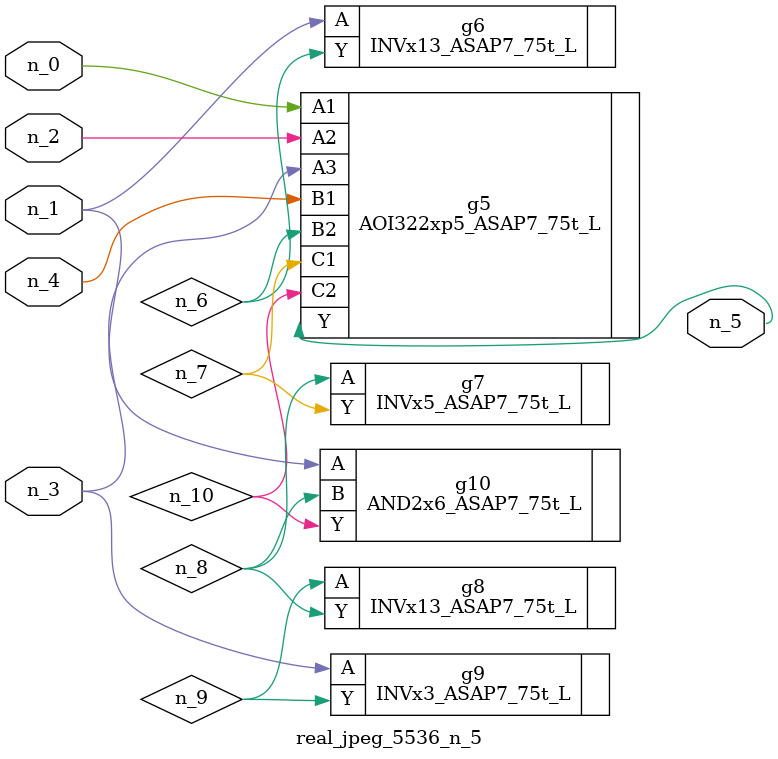
<source format=v>
module real_jpeg_5536_n_5 (n_4, n_0, n_1, n_2, n_3, n_5);

input n_4;
input n_0;
input n_1;
input n_2;
input n_3;

output n_5;

wire n_8;
wire n_6;
wire n_7;
wire n_10;
wire n_9;

AOI322xp5_ASAP7_75t_L g5 ( 
.A1(n_0),
.A2(n_2),
.A3(n_3),
.B1(n_4),
.B2(n_6),
.C1(n_7),
.C2(n_10),
.Y(n_5)
);

INVx13_ASAP7_75t_L g6 ( 
.A(n_1),
.Y(n_6)
);

AND2x6_ASAP7_75t_L g10 ( 
.A(n_1),
.B(n_8),
.Y(n_10)
);

INVx3_ASAP7_75t_L g9 ( 
.A(n_3),
.Y(n_9)
);

INVx5_ASAP7_75t_L g7 ( 
.A(n_8),
.Y(n_7)
);

INVx13_ASAP7_75t_L g8 ( 
.A(n_9),
.Y(n_8)
);


endmodule
</source>
